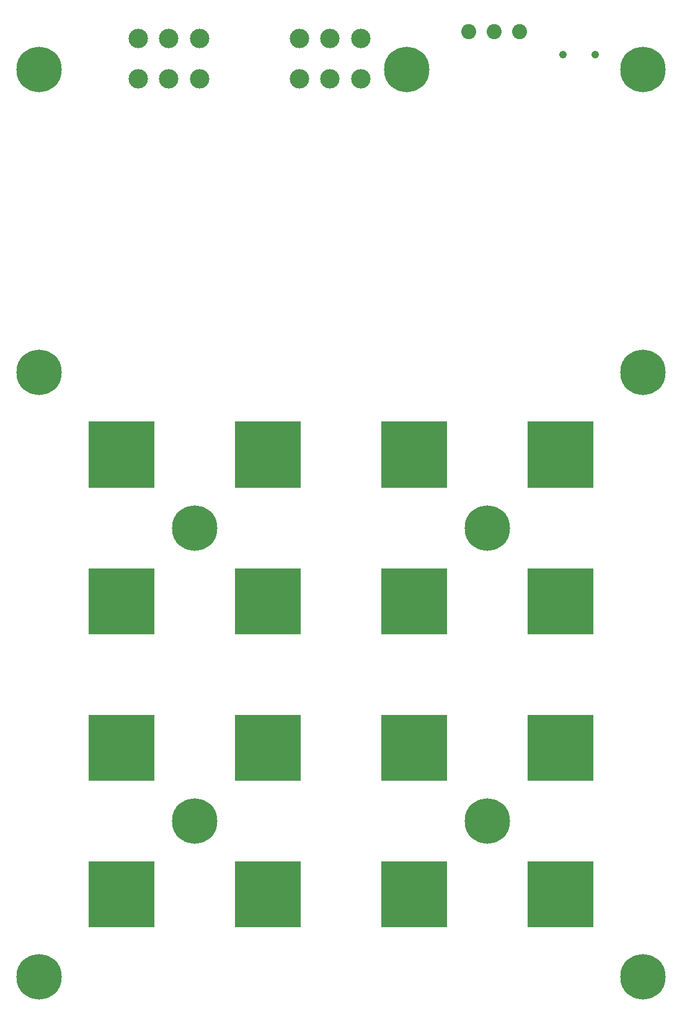
<source format=gbs>
%FSLAX44Y44*%
%MOMM*%
G71*
G01*
G75*
G04 Layer_Color=16711935*
%ADD10C,0.6000*%
G04:AMPARAMS|DCode=11|XSize=1.4mm|YSize=1.2mm|CornerRadius=0.198mm|HoleSize=0mm|Usage=FLASHONLY|Rotation=90.000|XOffset=0mm|YOffset=0mm|HoleType=Round|Shape=RoundedRectangle|*
%AMROUNDEDRECTD11*
21,1,1.4000,0.8040,0,0,90.0*
21,1,1.0040,1.2000,0,0,90.0*
1,1,0.3960,0.4020,0.5020*
1,1,0.3960,0.4020,-0.5020*
1,1,0.3960,-0.4020,-0.5020*
1,1,0.3960,-0.4020,0.5020*
%
%ADD11ROUNDEDRECTD11*%
G04:AMPARAMS|DCode=12|XSize=1mm|YSize=0.9mm|CornerRadius=0.198mm|HoleSize=0mm|Usage=FLASHONLY|Rotation=180.000|XOffset=0mm|YOffset=0mm|HoleType=Round|Shape=RoundedRectangle|*
%AMROUNDEDRECTD12*
21,1,1.0000,0.5040,0,0,180.0*
21,1,0.6040,0.9000,0,0,180.0*
1,1,0.3960,-0.3020,0.2520*
1,1,0.3960,0.3020,0.2520*
1,1,0.3960,0.3020,-0.2520*
1,1,0.3960,-0.3020,-0.2520*
%
%ADD12ROUNDEDRECTD12*%
G04:AMPARAMS|DCode=13|XSize=1.05mm|YSize=0.65mm|CornerRadius=0.2015mm|HoleSize=0mm|Usage=FLASHONLY|Rotation=0.000|XOffset=0mm|YOffset=0mm|HoleType=Round|Shape=RoundedRectangle|*
%AMROUNDEDRECTD13*
21,1,1.0500,0.2470,0,0,0.0*
21,1,0.6470,0.6500,0,0,0.0*
1,1,0.4030,0.3235,-0.1235*
1,1,0.4030,-0.3235,-0.1235*
1,1,0.4030,-0.3235,0.1235*
1,1,0.4030,0.3235,0.1235*
%
%ADD13ROUNDEDRECTD13*%
G04:AMPARAMS|DCode=14|XSize=1mm|YSize=0.9mm|CornerRadius=0.198mm|HoleSize=0mm|Usage=FLASHONLY|Rotation=90.000|XOffset=0mm|YOffset=0mm|HoleType=Round|Shape=RoundedRectangle|*
%AMROUNDEDRECTD14*
21,1,1.0000,0.5040,0,0,90.0*
21,1,0.6040,0.9000,0,0,90.0*
1,1,0.3960,0.2520,0.3020*
1,1,0.3960,0.2520,-0.3020*
1,1,0.3960,-0.2520,-0.3020*
1,1,0.3960,-0.2520,0.3020*
%
%ADD14ROUNDEDRECTD14*%
G04:AMPARAMS|DCode=15|XSize=1mm|YSize=0.95mm|CornerRadius=0.1995mm|HoleSize=0mm|Usage=FLASHONLY|Rotation=270.000|XOffset=0mm|YOffset=0mm|HoleType=Round|Shape=RoundedRectangle|*
%AMROUNDEDRECTD15*
21,1,1.0000,0.5510,0,0,270.0*
21,1,0.6010,0.9500,0,0,270.0*
1,1,0.3990,-0.2755,-0.3005*
1,1,0.3990,-0.2755,0.3005*
1,1,0.3990,0.2755,0.3005*
1,1,0.3990,0.2755,-0.3005*
%
%ADD15ROUNDEDRECTD15*%
%ADD16C,1.0000*%
%ADD17O,1.5000X0.3000*%
%ADD18O,0.3000X1.5000*%
G04:AMPARAMS|DCode=19|XSize=2.5mm|YSize=2mm|CornerRadius=0.2mm|HoleSize=0mm|Usage=FLASHONLY|Rotation=270.000|XOffset=0mm|YOffset=0mm|HoleType=Round|Shape=RoundedRectangle|*
%AMROUNDEDRECTD19*
21,1,2.5000,1.6000,0,0,270.0*
21,1,2.1000,2.0000,0,0,270.0*
1,1,0.4000,-0.8000,-1.0500*
1,1,0.4000,-0.8000,1.0500*
1,1,0.4000,0.8000,1.0500*
1,1,0.4000,0.8000,-1.0500*
%
%ADD19ROUNDEDRECTD19*%
G04:AMPARAMS|DCode=20|XSize=2.3mm|YSize=0.5mm|CornerRadius=0.2mm|HoleSize=0mm|Usage=FLASHONLY|Rotation=270.000|XOffset=0mm|YOffset=0mm|HoleType=Round|Shape=RoundedRectangle|*
%AMROUNDEDRECTD20*
21,1,2.3000,0.1000,0,0,270.0*
21,1,1.9000,0.5000,0,0,270.0*
1,1,0.4000,-0.0500,-0.9500*
1,1,0.4000,-0.0500,0.9500*
1,1,0.4000,0.0500,0.9500*
1,1,0.4000,0.0500,-0.9500*
%
%ADD20ROUNDEDRECTD20*%
G04:AMPARAMS|DCode=21|XSize=2.5mm|YSize=1.7mm|CornerRadius=0.204mm|HoleSize=0mm|Usage=FLASHONLY|Rotation=0.000|XOffset=0mm|YOffset=0mm|HoleType=Round|Shape=RoundedRectangle|*
%AMROUNDEDRECTD21*
21,1,2.5000,1.2920,0,0,0.0*
21,1,2.0920,1.7000,0,0,0.0*
1,1,0.4080,1.0460,-0.6460*
1,1,0.4080,-1.0460,-0.6460*
1,1,0.4080,-1.0460,0.6460*
1,1,0.4080,1.0460,0.6460*
%
%ADD21ROUNDEDRECTD21*%
G04:AMPARAMS|DCode=22|XSize=1.1mm|YSize=0.8mm|CornerRadius=0.268mm|HoleSize=0mm|Usage=FLASHONLY|Rotation=0.000|XOffset=0mm|YOffset=0mm|HoleType=Round|Shape=RoundedRectangle|*
%AMROUNDEDRECTD22*
21,1,1.1000,0.2640,0,0,0.0*
21,1,0.5640,0.8000,0,0,0.0*
1,1,0.5360,0.2820,-0.1320*
1,1,0.5360,-0.2820,-0.1320*
1,1,0.5360,-0.2820,0.1320*
1,1,0.5360,0.2820,0.1320*
%
%ADD22ROUNDEDRECTD22*%
G04:AMPARAMS|DCode=23|XSize=1.1mm|YSize=0.6mm|CornerRadius=0.201mm|HoleSize=0mm|Usage=FLASHONLY|Rotation=0.000|XOffset=0mm|YOffset=0mm|HoleType=Round|Shape=RoundedRectangle|*
%AMROUNDEDRECTD23*
21,1,1.1000,0.1980,0,0,0.0*
21,1,0.6980,0.6000,0,0,0.0*
1,1,0.4020,0.3490,-0.0990*
1,1,0.4020,-0.3490,-0.0990*
1,1,0.4020,-0.3490,0.0990*
1,1,0.4020,0.3490,0.0990*
%
%ADD23ROUNDEDRECTD23*%
G04:AMPARAMS|DCode=24|XSize=1.2mm|YSize=1.2mm|CornerRadius=0.198mm|HoleSize=0mm|Usage=FLASHONLY|Rotation=0.000|XOffset=0mm|YOffset=0mm|HoleType=Round|Shape=RoundedRectangle|*
%AMROUNDEDRECTD24*
21,1,1.2000,0.8040,0,0,0.0*
21,1,0.8040,1.2000,0,0,0.0*
1,1,0.3960,0.4020,-0.4020*
1,1,0.3960,-0.4020,-0.4020*
1,1,0.3960,-0.4020,0.4020*
1,1,0.3960,0.4020,0.4020*
%
%ADD24ROUNDEDRECTD24*%
G04:AMPARAMS|DCode=25|XSize=1.45mm|YSize=1.15mm|CornerRadius=0.2013mm|HoleSize=0mm|Usage=FLASHONLY|Rotation=180.000|XOffset=0mm|YOffset=0mm|HoleType=Round|Shape=RoundedRectangle|*
%AMROUNDEDRECTD25*
21,1,1.4500,0.7475,0,0,180.0*
21,1,1.0475,1.1500,0,0,180.0*
1,1,0.4025,-0.5238,0.3738*
1,1,0.4025,0.5238,0.3738*
1,1,0.4025,0.5238,-0.3738*
1,1,0.4025,-0.5238,-0.3738*
%
%ADD25ROUNDEDRECTD25*%
G04:AMPARAMS|DCode=26|XSize=1mm|YSize=0.95mm|CornerRadius=0.1995mm|HoleSize=0mm|Usage=FLASHONLY|Rotation=180.000|XOffset=0mm|YOffset=0mm|HoleType=Round|Shape=RoundedRectangle|*
%AMROUNDEDRECTD26*
21,1,1.0000,0.5510,0,0,180.0*
21,1,0.6010,0.9500,0,0,180.0*
1,1,0.3990,-0.3005,0.2755*
1,1,0.3990,0.3005,0.2755*
1,1,0.3990,0.3005,-0.2755*
1,1,0.3990,-0.3005,-0.2755*
%
%ADD26ROUNDEDRECTD26*%
G04:AMPARAMS|DCode=27|XSize=1.45mm|YSize=1.15mm|CornerRadius=0.2013mm|HoleSize=0mm|Usage=FLASHONLY|Rotation=270.000|XOffset=0mm|YOffset=0mm|HoleType=Round|Shape=RoundedRectangle|*
%AMROUNDEDRECTD27*
21,1,1.4500,0.7475,0,0,270.0*
21,1,1.0475,1.1500,0,0,270.0*
1,1,0.4025,-0.3738,-0.5238*
1,1,0.4025,-0.3738,0.5238*
1,1,0.4025,0.3738,0.5238*
1,1,0.4025,0.3738,-0.5238*
%
%ADD27ROUNDEDRECTD27*%
G04:AMPARAMS|DCode=28|XSize=0.62mm|YSize=0.62mm|CornerRadius=0.1488mm|HoleSize=0mm|Usage=FLASHONLY|Rotation=0.000|XOffset=0mm|YOffset=0mm|HoleType=Round|Shape=RoundedRectangle|*
%AMROUNDEDRECTD28*
21,1,0.6200,0.3224,0,0,0.0*
21,1,0.3224,0.6200,0,0,0.0*
1,1,0.2976,0.1612,-0.1612*
1,1,0.2976,-0.1612,-0.1612*
1,1,0.2976,-0.1612,0.1612*
1,1,0.2976,0.1612,0.1612*
%
%ADD28ROUNDEDRECTD28*%
G04:AMPARAMS|DCode=29|XSize=2.7mm|YSize=1.15mm|CornerRadius=0.2013mm|HoleSize=0mm|Usage=FLASHONLY|Rotation=0.000|XOffset=0mm|YOffset=0mm|HoleType=Round|Shape=RoundedRectangle|*
%AMROUNDEDRECTD29*
21,1,2.7000,0.7475,0,0,0.0*
21,1,2.2975,1.1500,0,0,0.0*
1,1,0.4025,1.1487,-0.3738*
1,1,0.4025,-1.1487,-0.3738*
1,1,0.4025,-1.1487,0.3738*
1,1,0.4025,1.1487,0.3738*
%
%ADD29ROUNDEDRECTD29*%
G04:AMPARAMS|DCode=30|XSize=2.7mm|YSize=1.15mm|CornerRadius=0.2013mm|HoleSize=0mm|Usage=FLASHONLY|Rotation=270.000|XOffset=0mm|YOffset=0mm|HoleType=Round|Shape=RoundedRectangle|*
%AMROUNDEDRECTD30*
21,1,2.7000,0.7475,0,0,270.0*
21,1,2.2975,1.1500,0,0,270.0*
1,1,0.4025,-0.3738,-1.1487*
1,1,0.4025,-0.3738,1.1487*
1,1,0.4025,0.3738,1.1487*
1,1,0.4025,0.3738,-1.1487*
%
%ADD30ROUNDEDRECTD30*%
G04:AMPARAMS|DCode=31|XSize=0.65mm|YSize=0.5mm|CornerRadius=0.2mm|HoleSize=0mm|Usage=FLASHONLY|Rotation=0.000|XOffset=0mm|YOffset=0mm|HoleType=Round|Shape=RoundedRectangle|*
%AMROUNDEDRECTD31*
21,1,0.6500,0.1000,0,0,0.0*
21,1,0.2500,0.5000,0,0,0.0*
1,1,0.4000,0.1250,-0.0500*
1,1,0.4000,-0.1250,-0.0500*
1,1,0.4000,-0.1250,0.0500*
1,1,0.4000,0.1250,0.0500*
%
%ADD31ROUNDEDRECTD31*%
G04:AMPARAMS|DCode=32|XSize=3.3mm|YSize=2.5mm|CornerRadius=0.2mm|HoleSize=0mm|Usage=FLASHONLY|Rotation=180.000|XOffset=0mm|YOffset=0mm|HoleType=Round|Shape=RoundedRectangle|*
%AMROUNDEDRECTD32*
21,1,3.3000,2.1000,0,0,180.0*
21,1,2.9000,2.5000,0,0,180.0*
1,1,0.4000,-1.4500,1.0500*
1,1,0.4000,1.4500,1.0500*
1,1,0.4000,1.4500,-1.0500*
1,1,0.4000,-1.4500,-1.0500*
%
%ADD32ROUNDEDRECTD32*%
G04:AMPARAMS|DCode=33|XSize=6.5mm|YSize=5mm|CornerRadius=0.25mm|HoleSize=0mm|Usage=FLASHONLY|Rotation=0.000|XOffset=0mm|YOffset=0mm|HoleType=Round|Shape=RoundedRectangle|*
%AMROUNDEDRECTD33*
21,1,6.5000,4.5000,0,0,0.0*
21,1,6.0000,5.0000,0,0,0.0*
1,1,0.5000,3.0000,-2.2500*
1,1,0.5000,-3.0000,-2.2500*
1,1,0.5000,-3.0000,2.2500*
1,1,0.5000,3.0000,2.2500*
%
%ADD33ROUNDEDRECTD33*%
%ADD34O,0.5000X1.3500*%
%ADD35O,1.3500X0.5000*%
G04:AMPARAMS|DCode=36|XSize=1.75mm|YSize=1.05mm|CornerRadius=0.1995mm|HoleSize=0mm|Usage=FLASHONLY|Rotation=90.000|XOffset=0mm|YOffset=0mm|HoleType=Round|Shape=RoundedRectangle|*
%AMROUNDEDRECTD36*
21,1,1.7500,0.6510,0,0,90.0*
21,1,1.3510,1.0500,0,0,90.0*
1,1,0.3990,0.3255,0.6755*
1,1,0.3990,0.3255,-0.6755*
1,1,0.3990,-0.3255,-0.6755*
1,1,0.3990,-0.3255,0.6755*
%
%ADD36ROUNDEDRECTD36*%
G04:AMPARAMS|DCode=37|XSize=1.75mm|YSize=1.05mm|CornerRadius=0.1995mm|HoleSize=0mm|Usage=FLASHONLY|Rotation=180.000|XOffset=0mm|YOffset=0mm|HoleType=Round|Shape=RoundedRectangle|*
%AMROUNDEDRECTD37*
21,1,1.7500,0.6510,0,0,180.0*
21,1,1.3510,1.0500,0,0,180.0*
1,1,0.3990,-0.6755,0.3255*
1,1,0.3990,0.6755,0.3255*
1,1,0.3990,0.6755,-0.3255*
1,1,0.3990,-0.6755,-0.3255*
%
%ADD37ROUNDEDRECTD37*%
G04:AMPARAMS|DCode=38|XSize=0.7mm|YSize=0.25mm|CornerRadius=0.0838mm|HoleSize=0mm|Usage=FLASHONLY|Rotation=0.000|XOffset=0mm|YOffset=0mm|HoleType=Round|Shape=RoundedRectangle|*
%AMROUNDEDRECTD38*
21,1,0.7000,0.0825,0,0,0.0*
21,1,0.5325,0.2500,0,0,0.0*
1,1,0.1675,0.2662,-0.0413*
1,1,0.1675,-0.2662,-0.0413*
1,1,0.1675,-0.2662,0.0413*
1,1,0.1675,0.2662,0.0413*
%
%ADD38ROUNDEDRECTD38*%
G04:AMPARAMS|DCode=39|XSize=1.35mm|YSize=1.65mm|CornerRadius=0.27mm|HoleSize=0mm|Usage=FLASHONLY|Rotation=90.000|XOffset=0mm|YOffset=0mm|HoleType=Round|Shape=RoundedRectangle|*
%AMROUNDEDRECTD39*
21,1,1.3500,1.1100,0,0,90.0*
21,1,0.8100,1.6500,0,0,90.0*
1,1,0.5400,0.5550,0.4050*
1,1,0.5400,0.5550,-0.4050*
1,1,0.5400,-0.5550,-0.4050*
1,1,0.5400,-0.5550,0.4050*
%
%ADD39ROUNDEDRECTD39*%
%ADD40O,1.5500X0.6000*%
G04:AMPARAMS|DCode=41|XSize=3.95mm|YSize=1.2mm|CornerRadius=0.198mm|HoleSize=0mm|Usage=FLASHONLY|Rotation=90.000|XOffset=0mm|YOffset=0mm|HoleType=Round|Shape=RoundedRectangle|*
%AMROUNDEDRECTD41*
21,1,3.9500,0.8040,0,0,90.0*
21,1,3.5540,1.2000,0,0,90.0*
1,1,0.3960,0.4020,1.7770*
1,1,0.3960,0.4020,-1.7770*
1,1,0.3960,-0.4020,-1.7770*
1,1,0.3960,-0.4020,1.7770*
%
%ADD41ROUNDEDRECTD41*%
G04:AMPARAMS|DCode=42|XSize=11.3mm|YSize=10.75mm|CornerRadius=0.215mm|HoleSize=0mm|Usage=FLASHONLY|Rotation=90.000|XOffset=0mm|YOffset=0mm|HoleType=Round|Shape=RoundedRectangle|*
%AMROUNDEDRECTD42*
21,1,11.3000,10.3200,0,0,90.0*
21,1,10.8700,10.7500,0,0,90.0*
1,1,0.4300,5.1600,5.4350*
1,1,0.4300,5.1600,-5.4350*
1,1,0.4300,-5.1600,-5.4350*
1,1,0.4300,-5.1600,5.4350*
%
%ADD42ROUNDEDRECTD42*%
G04:AMPARAMS|DCode=43|XSize=2.85mm|YSize=1mm|CornerRadius=0.2mm|HoleSize=0mm|Usage=FLASHONLY|Rotation=90.000|XOffset=0mm|YOffset=0mm|HoleType=Round|Shape=RoundedRectangle|*
%AMROUNDEDRECTD43*
21,1,2.8500,0.6000,0,0,90.0*
21,1,2.4500,1.0000,0,0,90.0*
1,1,0.4000,0.3000,1.2250*
1,1,0.4000,0.3000,-1.2250*
1,1,0.4000,-0.3000,-1.2250*
1,1,0.4000,-0.3000,1.2250*
%
%ADD43ROUNDEDRECTD43*%
G04:AMPARAMS|DCode=44|XSize=6.45mm|YSize=6mm|CornerRadius=0.21mm|HoleSize=0mm|Usage=FLASHONLY|Rotation=90.000|XOffset=0mm|YOffset=0mm|HoleType=Round|Shape=RoundedRectangle|*
%AMROUNDEDRECTD44*
21,1,6.4500,5.5800,0,0,90.0*
21,1,6.0300,6.0000,0,0,90.0*
1,1,0.4200,2.7900,3.0150*
1,1,0.4200,2.7900,-3.0150*
1,1,0.4200,-2.7900,-3.0150*
1,1,0.4200,-2.7900,3.0150*
%
%ADD44ROUNDEDRECTD44*%
%ADD45O,0.6000X1.5500*%
G04:AMPARAMS|DCode=46|XSize=4.9mm|YSize=1.6mm|CornerRadius=0.2mm|HoleSize=0mm|Usage=FLASHONLY|Rotation=270.000|XOffset=0mm|YOffset=0mm|HoleType=Round|Shape=RoundedRectangle|*
%AMROUNDEDRECTD46*
21,1,4.9000,1.2000,0,0,270.0*
21,1,4.5000,1.6000,0,0,270.0*
1,1,0.4000,-0.6000,-2.2500*
1,1,0.4000,-0.6000,2.2500*
1,1,0.4000,0.6000,2.2500*
1,1,0.4000,0.6000,-2.2500*
%
%ADD46ROUNDEDRECTD46*%
%ADD47R,1.3000X1.3000*%
%ADD48C,1.3000*%
%ADD49O,0.3000X1.0000*%
%ADD50O,1.0000X0.3000*%
%ADD51R,0.3500X0.3500*%
%ADD52C,0.2000*%
%ADD53C,0.5000*%
%ADD54C,0.2500*%
%ADD55C,0.8000*%
%ADD56C,2.0000*%
%ADD57C,1.0000*%
%ADD58C,0.3500*%
%ADD59C,0.6000*%
%ADD60C,0.2540*%
%ADD61C,6.0000*%
%ADD62C,1.9000*%
%ADD63C,0.5000*%
%ADD64C,2.5000*%
%ADD65C,4.5000*%
%ADD66C,0.3000*%
%ADD67C,0.1500*%
%ADD68C,0.1000*%
%ADD69C,0.1524*%
%ADD70C,0.0000*%
%ADD71C,0.8000*%
G04:AMPARAMS|DCode=72|XSize=1.55mm|YSize=1.35mm|CornerRadius=0.273mm|HoleSize=0mm|Usage=FLASHONLY|Rotation=90.000|XOffset=0mm|YOffset=0mm|HoleType=Round|Shape=RoundedRectangle|*
%AMROUNDEDRECTD72*
21,1,1.5500,0.8040,0,0,90.0*
21,1,1.0040,1.3500,0,0,90.0*
1,1,0.5460,0.4020,0.5020*
1,1,0.5460,0.4020,-0.5020*
1,1,0.5460,-0.4020,-0.5020*
1,1,0.5460,-0.4020,0.5020*
%
%ADD72ROUNDEDRECTD72*%
G04:AMPARAMS|DCode=73|XSize=1.15mm|YSize=1.05mm|CornerRadius=0.273mm|HoleSize=0mm|Usage=FLASHONLY|Rotation=180.000|XOffset=0mm|YOffset=0mm|HoleType=Round|Shape=RoundedRectangle|*
%AMROUNDEDRECTD73*
21,1,1.1500,0.5040,0,0,180.0*
21,1,0.6040,1.0500,0,0,180.0*
1,1,0.5460,-0.3020,0.2520*
1,1,0.5460,0.3020,0.2520*
1,1,0.5460,0.3020,-0.2520*
1,1,0.5460,-0.3020,-0.2520*
%
%ADD73ROUNDEDRECTD73*%
G04:AMPARAMS|DCode=74|XSize=1.2mm|YSize=0.8mm|CornerRadius=0.2765mm|HoleSize=0mm|Usage=FLASHONLY|Rotation=0.000|XOffset=0mm|YOffset=0mm|HoleType=Round|Shape=RoundedRectangle|*
%AMROUNDEDRECTD74*
21,1,1.2000,0.2470,0,0,0.0*
21,1,0.6470,0.8000,0,0,0.0*
1,1,0.5530,0.3235,-0.1235*
1,1,0.5530,-0.3235,-0.1235*
1,1,0.5530,-0.3235,0.1235*
1,1,0.5530,0.3235,0.1235*
%
%ADD74ROUNDEDRECTD74*%
G04:AMPARAMS|DCode=75|XSize=1.15mm|YSize=1.05mm|CornerRadius=0.273mm|HoleSize=0mm|Usage=FLASHONLY|Rotation=90.000|XOffset=0mm|YOffset=0mm|HoleType=Round|Shape=RoundedRectangle|*
%AMROUNDEDRECTD75*
21,1,1.1500,0.5040,0,0,90.0*
21,1,0.6040,1.0500,0,0,90.0*
1,1,0.5460,0.2520,0.3020*
1,1,0.5460,0.2520,-0.3020*
1,1,0.5460,-0.2520,-0.3020*
1,1,0.5460,-0.2520,0.3020*
%
%ADD75ROUNDEDRECTD75*%
G04:AMPARAMS|DCode=76|XSize=1.15mm|YSize=1.1mm|CornerRadius=0.2745mm|HoleSize=0mm|Usage=FLASHONLY|Rotation=270.000|XOffset=0mm|YOffset=0mm|HoleType=Round|Shape=RoundedRectangle|*
%AMROUNDEDRECTD76*
21,1,1.1500,0.5510,0,0,270.0*
21,1,0.6010,1.1000,0,0,270.0*
1,1,0.5490,-0.2755,-0.3005*
1,1,0.5490,-0.2755,0.3005*
1,1,0.5490,0.2755,0.3005*
1,1,0.5490,0.2755,-0.3005*
%
%ADD76ROUNDEDRECTD76*%
%ADD77C,2.0000*%
%ADD78O,1.6000X0.4000*%
%ADD79O,0.4000X1.6000*%
G04:AMPARAMS|DCode=80|XSize=2.65mm|YSize=2.15mm|CornerRadius=0.275mm|HoleSize=0mm|Usage=FLASHONLY|Rotation=270.000|XOffset=0mm|YOffset=0mm|HoleType=Round|Shape=RoundedRectangle|*
%AMROUNDEDRECTD80*
21,1,2.6500,1.6000,0,0,270.0*
21,1,2.1000,2.1500,0,0,270.0*
1,1,0.5500,-0.8000,-1.0500*
1,1,0.5500,-0.8000,1.0500*
1,1,0.5500,0.8000,1.0500*
1,1,0.5500,0.8000,-1.0500*
%
%ADD80ROUNDEDRECTD80*%
G04:AMPARAMS|DCode=81|XSize=2.45mm|YSize=0.65mm|CornerRadius=0.275mm|HoleSize=0mm|Usage=FLASHONLY|Rotation=270.000|XOffset=0mm|YOffset=0mm|HoleType=Round|Shape=RoundedRectangle|*
%AMROUNDEDRECTD81*
21,1,2.4500,0.1000,0,0,270.0*
21,1,1.9000,0.6500,0,0,270.0*
1,1,0.5500,-0.0500,-0.9500*
1,1,0.5500,-0.0500,0.9500*
1,1,0.5500,0.0500,0.9500*
1,1,0.5500,0.0500,-0.9500*
%
%ADD81ROUNDEDRECTD81*%
G04:AMPARAMS|DCode=82|XSize=2.65mm|YSize=1.85mm|CornerRadius=0.279mm|HoleSize=0mm|Usage=FLASHONLY|Rotation=0.000|XOffset=0mm|YOffset=0mm|HoleType=Round|Shape=RoundedRectangle|*
%AMROUNDEDRECTD82*
21,1,2.6500,1.2920,0,0,0.0*
21,1,2.0920,1.8500,0,0,0.0*
1,1,0.5580,1.0460,-0.6460*
1,1,0.5580,-1.0460,-0.6460*
1,1,0.5580,-1.0460,0.6460*
1,1,0.5580,1.0460,0.6460*
%
%ADD82ROUNDEDRECTD82*%
G04:AMPARAMS|DCode=83|XSize=1.25mm|YSize=0.95mm|CornerRadius=0.343mm|HoleSize=0mm|Usage=FLASHONLY|Rotation=0.000|XOffset=0mm|YOffset=0mm|HoleType=Round|Shape=RoundedRectangle|*
%AMROUNDEDRECTD83*
21,1,1.2500,0.2640,0,0,0.0*
21,1,0.5640,0.9500,0,0,0.0*
1,1,0.6860,0.2820,-0.1320*
1,1,0.6860,-0.2820,-0.1320*
1,1,0.6860,-0.2820,0.1320*
1,1,0.6860,0.2820,0.1320*
%
%ADD83ROUNDEDRECTD83*%
G04:AMPARAMS|DCode=84|XSize=1.25mm|YSize=0.75mm|CornerRadius=0.276mm|HoleSize=0mm|Usage=FLASHONLY|Rotation=0.000|XOffset=0mm|YOffset=0mm|HoleType=Round|Shape=RoundedRectangle|*
%AMROUNDEDRECTD84*
21,1,1.2500,0.1980,0,0,0.0*
21,1,0.6980,0.7500,0,0,0.0*
1,1,0.5520,0.3490,-0.0990*
1,1,0.5520,-0.3490,-0.0990*
1,1,0.5520,-0.3490,0.0990*
1,1,0.5520,0.3490,0.0990*
%
%ADD84ROUNDEDRECTD84*%
G04:AMPARAMS|DCode=85|XSize=1.35mm|YSize=1.35mm|CornerRadius=0.273mm|HoleSize=0mm|Usage=FLASHONLY|Rotation=0.000|XOffset=0mm|YOffset=0mm|HoleType=Round|Shape=RoundedRectangle|*
%AMROUNDEDRECTD85*
21,1,1.3500,0.8040,0,0,0.0*
21,1,0.8040,1.3500,0,0,0.0*
1,1,0.5460,0.4020,-0.4020*
1,1,0.5460,-0.4020,-0.4020*
1,1,0.5460,-0.4020,0.4020*
1,1,0.5460,0.4020,0.4020*
%
%ADD85ROUNDEDRECTD85*%
G04:AMPARAMS|DCode=86|XSize=1.6mm|YSize=1.3mm|CornerRadius=0.2763mm|HoleSize=0mm|Usage=FLASHONLY|Rotation=180.000|XOffset=0mm|YOffset=0mm|HoleType=Round|Shape=RoundedRectangle|*
%AMROUNDEDRECTD86*
21,1,1.6000,0.7475,0,0,180.0*
21,1,1.0475,1.3000,0,0,180.0*
1,1,0.5525,-0.5238,0.3738*
1,1,0.5525,0.5238,0.3738*
1,1,0.5525,0.5238,-0.3738*
1,1,0.5525,-0.5238,-0.3738*
%
%ADD86ROUNDEDRECTD86*%
G04:AMPARAMS|DCode=87|XSize=1.15mm|YSize=1.1mm|CornerRadius=0.2745mm|HoleSize=0mm|Usage=FLASHONLY|Rotation=180.000|XOffset=0mm|YOffset=0mm|HoleType=Round|Shape=RoundedRectangle|*
%AMROUNDEDRECTD87*
21,1,1.1500,0.5510,0,0,180.0*
21,1,0.6010,1.1000,0,0,180.0*
1,1,0.5490,-0.3005,0.2755*
1,1,0.5490,0.3005,0.2755*
1,1,0.5490,0.3005,-0.2755*
1,1,0.5490,-0.3005,-0.2755*
%
%ADD87ROUNDEDRECTD87*%
G04:AMPARAMS|DCode=88|XSize=1.6mm|YSize=1.3mm|CornerRadius=0.2763mm|HoleSize=0mm|Usage=FLASHONLY|Rotation=270.000|XOffset=0mm|YOffset=0mm|HoleType=Round|Shape=RoundedRectangle|*
%AMROUNDEDRECTD88*
21,1,1.6000,0.7475,0,0,270.0*
21,1,1.0475,1.3000,0,0,270.0*
1,1,0.5525,-0.3738,-0.5238*
1,1,0.5525,-0.3738,0.5238*
1,1,0.5525,0.3738,0.5238*
1,1,0.5525,0.3738,-0.5238*
%
%ADD88ROUNDEDRECTD88*%
G04:AMPARAMS|DCode=89|XSize=0.77mm|YSize=0.77mm|CornerRadius=0.2238mm|HoleSize=0mm|Usage=FLASHONLY|Rotation=0.000|XOffset=0mm|YOffset=0mm|HoleType=Round|Shape=RoundedRectangle|*
%AMROUNDEDRECTD89*
21,1,0.7700,0.3224,0,0,0.0*
21,1,0.3224,0.7700,0,0,0.0*
1,1,0.4476,0.1612,-0.1612*
1,1,0.4476,-0.1612,-0.1612*
1,1,0.4476,-0.1612,0.1612*
1,1,0.4476,0.1612,0.1612*
%
%ADD89ROUNDEDRECTD89*%
G04:AMPARAMS|DCode=90|XSize=2.85mm|YSize=1.3mm|CornerRadius=0.2763mm|HoleSize=0mm|Usage=FLASHONLY|Rotation=0.000|XOffset=0mm|YOffset=0mm|HoleType=Round|Shape=RoundedRectangle|*
%AMROUNDEDRECTD90*
21,1,2.8500,0.7475,0,0,0.0*
21,1,2.2975,1.3000,0,0,0.0*
1,1,0.5525,1.1487,-0.3738*
1,1,0.5525,-1.1487,-0.3738*
1,1,0.5525,-1.1487,0.3738*
1,1,0.5525,1.1487,0.3738*
%
%ADD90ROUNDEDRECTD90*%
G04:AMPARAMS|DCode=91|XSize=2.85mm|YSize=1.3mm|CornerRadius=0.2763mm|HoleSize=0mm|Usage=FLASHONLY|Rotation=270.000|XOffset=0mm|YOffset=0mm|HoleType=Round|Shape=RoundedRectangle|*
%AMROUNDEDRECTD91*
21,1,2.8500,0.7475,0,0,270.0*
21,1,2.2975,1.3000,0,0,270.0*
1,1,0.5525,-0.3738,-1.1487*
1,1,0.5525,-0.3738,1.1487*
1,1,0.5525,0.3738,1.1487*
1,1,0.5525,0.3738,-1.1487*
%
%ADD91ROUNDEDRECTD91*%
G04:AMPARAMS|DCode=92|XSize=0.8mm|YSize=0.65mm|CornerRadius=0.275mm|HoleSize=0mm|Usage=FLASHONLY|Rotation=0.000|XOffset=0mm|YOffset=0mm|HoleType=Round|Shape=RoundedRectangle|*
%AMROUNDEDRECTD92*
21,1,0.8000,0.1000,0,0,0.0*
21,1,0.2500,0.6500,0,0,0.0*
1,1,0.5500,0.1250,-0.0500*
1,1,0.5500,-0.1250,-0.0500*
1,1,0.5500,-0.1250,0.0500*
1,1,0.5500,0.1250,0.0500*
%
%ADD92ROUNDEDRECTD92*%
G04:AMPARAMS|DCode=93|XSize=3.45mm|YSize=2.65mm|CornerRadius=0.275mm|HoleSize=0mm|Usage=FLASHONLY|Rotation=180.000|XOffset=0mm|YOffset=0mm|HoleType=Round|Shape=RoundedRectangle|*
%AMROUNDEDRECTD93*
21,1,3.4500,2.1000,0,0,180.0*
21,1,2.9000,2.6500,0,0,180.0*
1,1,0.5500,-1.4500,1.0500*
1,1,0.5500,1.4500,1.0500*
1,1,0.5500,1.4500,-1.0500*
1,1,0.5500,-1.4500,-1.0500*
%
%ADD93ROUNDEDRECTD93*%
G04:AMPARAMS|DCode=94|XSize=6.65mm|YSize=5.15mm|CornerRadius=0.325mm|HoleSize=0mm|Usage=FLASHONLY|Rotation=0.000|XOffset=0mm|YOffset=0mm|HoleType=Round|Shape=RoundedRectangle|*
%AMROUNDEDRECTD94*
21,1,6.6500,4.5000,0,0,0.0*
21,1,6.0000,5.1500,0,0,0.0*
1,1,0.6500,3.0000,-2.2500*
1,1,0.6500,-3.0000,-2.2500*
1,1,0.6500,-3.0000,2.2500*
1,1,0.6500,3.0000,2.2500*
%
%ADD94ROUNDEDRECTD94*%
%ADD95O,0.6500X1.5000*%
%ADD96O,1.5000X0.6500*%
G04:AMPARAMS|DCode=97|XSize=1.9mm|YSize=1.2mm|CornerRadius=0.2745mm|HoleSize=0mm|Usage=FLASHONLY|Rotation=90.000|XOffset=0mm|YOffset=0mm|HoleType=Round|Shape=RoundedRectangle|*
%AMROUNDEDRECTD97*
21,1,1.9000,0.6510,0,0,90.0*
21,1,1.3510,1.2000,0,0,90.0*
1,1,0.5490,0.3255,0.6755*
1,1,0.5490,0.3255,-0.6755*
1,1,0.5490,-0.3255,-0.6755*
1,1,0.5490,-0.3255,0.6755*
%
%ADD97ROUNDEDRECTD97*%
G04:AMPARAMS|DCode=98|XSize=1.9mm|YSize=1.2mm|CornerRadius=0.2745mm|HoleSize=0mm|Usage=FLASHONLY|Rotation=180.000|XOffset=0mm|YOffset=0mm|HoleType=Round|Shape=RoundedRectangle|*
%AMROUNDEDRECTD98*
21,1,1.9000,0.6510,0,0,180.0*
21,1,1.3510,1.2000,0,0,180.0*
1,1,0.5490,-0.6755,0.3255*
1,1,0.5490,0.6755,0.3255*
1,1,0.5490,0.6755,-0.3255*
1,1,0.5490,-0.6755,-0.3255*
%
%ADD98ROUNDEDRECTD98*%
G04:AMPARAMS|DCode=99|XSize=0.8mm|YSize=0.35mm|CornerRadius=0.1338mm|HoleSize=0mm|Usage=FLASHONLY|Rotation=0.000|XOffset=0mm|YOffset=0mm|HoleType=Round|Shape=RoundedRectangle|*
%AMROUNDEDRECTD99*
21,1,0.8000,0.0825,0,0,0.0*
21,1,0.5325,0.3500,0,0,0.0*
1,1,0.2675,0.2662,-0.0413*
1,1,0.2675,-0.2662,-0.0413*
1,1,0.2675,-0.2662,0.0413*
1,1,0.2675,0.2662,0.0413*
%
%ADD99ROUNDEDRECTD99*%
G04:AMPARAMS|DCode=100|XSize=1.5mm|YSize=1.8mm|CornerRadius=0.345mm|HoleSize=0mm|Usage=FLASHONLY|Rotation=90.000|XOffset=0mm|YOffset=0mm|HoleType=Round|Shape=RoundedRectangle|*
%AMROUNDEDRECTD100*
21,1,1.5000,1.1100,0,0,90.0*
21,1,0.8100,1.8000,0,0,90.0*
1,1,0.6900,0.5550,0.4050*
1,1,0.6900,0.5550,-0.4050*
1,1,0.6900,-0.5550,-0.4050*
1,1,0.6900,-0.5550,0.4050*
%
%ADD100ROUNDEDRECTD100*%
%ADD101O,1.7000X0.7500*%
G04:AMPARAMS|DCode=102|XSize=4.1mm|YSize=1.35mm|CornerRadius=0.273mm|HoleSize=0mm|Usage=FLASHONLY|Rotation=90.000|XOffset=0mm|YOffset=0mm|HoleType=Round|Shape=RoundedRectangle|*
%AMROUNDEDRECTD102*
21,1,4.1000,0.8040,0,0,90.0*
21,1,3.5540,1.3500,0,0,90.0*
1,1,0.5460,0.4020,1.7770*
1,1,0.5460,0.4020,-1.7770*
1,1,0.5460,-0.4020,-1.7770*
1,1,0.5460,-0.4020,1.7770*
%
%ADD102ROUNDEDRECTD102*%
G04:AMPARAMS|DCode=103|XSize=11.45mm|YSize=10.9mm|CornerRadius=0.29mm|HoleSize=0mm|Usage=FLASHONLY|Rotation=90.000|XOffset=0mm|YOffset=0mm|HoleType=Round|Shape=RoundedRectangle|*
%AMROUNDEDRECTD103*
21,1,11.4500,10.3200,0,0,90.0*
21,1,10.8700,10.9000,0,0,90.0*
1,1,0.5800,5.1600,5.4350*
1,1,0.5800,5.1600,-5.4350*
1,1,0.5800,-5.1600,-5.4350*
1,1,0.5800,-5.1600,5.4350*
%
%ADD103ROUNDEDRECTD103*%
G04:AMPARAMS|DCode=104|XSize=3mm|YSize=1.15mm|CornerRadius=0.275mm|HoleSize=0mm|Usage=FLASHONLY|Rotation=90.000|XOffset=0mm|YOffset=0mm|HoleType=Round|Shape=RoundedRectangle|*
%AMROUNDEDRECTD104*
21,1,3.0000,0.6000,0,0,90.0*
21,1,2.4500,1.1500,0,0,90.0*
1,1,0.5500,0.3000,1.2250*
1,1,0.5500,0.3000,-1.2250*
1,1,0.5500,-0.3000,-1.2250*
1,1,0.5500,-0.3000,1.2250*
%
%ADD104ROUNDEDRECTD104*%
G04:AMPARAMS|DCode=105|XSize=6.6mm|YSize=6.15mm|CornerRadius=0.285mm|HoleSize=0mm|Usage=FLASHONLY|Rotation=90.000|XOffset=0mm|YOffset=0mm|HoleType=Round|Shape=RoundedRectangle|*
%AMROUNDEDRECTD105*
21,1,6.6000,5.5800,0,0,90.0*
21,1,6.0300,6.1500,0,0,90.0*
1,1,0.5700,2.7900,3.0150*
1,1,0.5700,2.7900,-3.0150*
1,1,0.5700,-2.7900,-3.0150*
1,1,0.5700,-2.7900,3.0150*
%
%ADD105ROUNDEDRECTD105*%
%ADD106O,0.7500X1.7000*%
G04:AMPARAMS|DCode=107|XSize=5.05mm|YSize=1.75mm|CornerRadius=0.275mm|HoleSize=0mm|Usage=FLASHONLY|Rotation=270.000|XOffset=0mm|YOffset=0mm|HoleType=Round|Shape=RoundedRectangle|*
%AMROUNDEDRECTD107*
21,1,5.0500,1.2000,0,0,270.0*
21,1,4.5000,1.7500,0,0,270.0*
1,1,0.5500,-0.6000,-2.2500*
1,1,0.5500,-0.6000,2.2500*
1,1,0.5500,0.6000,2.2500*
1,1,0.5500,0.6000,-2.2500*
%
%ADD107ROUNDEDRECTD107*%
%ADD108R,1.5000X1.5000*%
%ADD109C,1.5000*%
%ADD110O,0.4000X1.1000*%
%ADD111O,1.1000X0.4000*%
%ADD112R,0.5500X0.5500*%
%ADD113C,6.2000*%
%ADD114C,2.0500*%
%ADD115C,1.0500*%
%ADD116C,2.6500*%
G36*
X-505000Y305000D02*
X-595000D01*
Y395000D01*
X-505000D01*
Y305000D01*
D02*
G37*
G36*
X-705000D02*
X-795000D01*
Y395000D01*
X-705000D01*
Y305000D01*
D02*
G37*
G36*
X-105000D02*
X-195000D01*
Y395000D01*
X-105000D01*
Y305000D01*
D02*
G37*
G36*
X-305000D02*
X-395000D01*
Y395000D01*
X-305000D01*
Y305000D01*
D02*
G37*
G36*
X-505000Y105000D02*
X-595000D01*
Y195000D01*
X-505000D01*
Y105000D01*
D02*
G37*
G36*
X-705000D02*
X-795000D01*
Y195000D01*
X-705000D01*
Y105000D01*
D02*
G37*
G36*
X-105000D02*
X-195000D01*
Y195000D01*
X-105000D01*
Y105000D01*
D02*
G37*
G36*
X-305000D02*
X-395000D01*
Y195000D01*
X-305000D01*
Y105000D01*
D02*
G37*
G36*
X-505000Y705000D02*
X-595000D01*
Y795000D01*
X-505000D01*
Y705000D01*
D02*
G37*
G36*
X-705000D02*
X-795000D01*
Y795000D01*
X-705000D01*
Y705000D01*
D02*
G37*
G36*
X-105000D02*
X-195000D01*
Y795000D01*
X-105000D01*
Y705000D01*
D02*
G37*
G36*
X-305000D02*
X-395000D01*
Y795000D01*
X-305000D01*
Y705000D01*
D02*
G37*
G36*
X-505000Y505000D02*
X-595000D01*
Y595000D01*
X-505000D01*
Y505000D01*
D02*
G37*
G36*
X-705000D02*
X-795000D01*
Y595000D01*
X-705000D01*
Y505000D01*
D02*
G37*
G36*
X-105000D02*
X-195000D01*
Y595000D01*
X-105000D01*
Y505000D01*
D02*
G37*
G36*
X-305000D02*
X-395000D01*
Y595000D01*
X-305000D01*
Y505000D01*
D02*
G37*
D113*
X-250000Y650000D02*
D03*
Y250000D02*
D03*
X-862500Y37500D02*
D03*
X-37500D02*
D03*
X-650000Y650000D02*
D03*
Y250000D02*
D03*
X-862500Y1275000D02*
D03*
X-360000Y1275000D02*
D03*
X-862500Y862500D02*
D03*
X-37500D02*
D03*
X-37500Y1275000D02*
D03*
D114*
X-276000Y1327000D02*
D03*
X-241000D02*
D03*
X-206000D02*
D03*
D115*
X-147000Y1296000D02*
D03*
X-103000D02*
D03*
D116*
X-727000Y1317500D02*
D03*
X-685000D02*
D03*
X-643000D02*
D03*
X-727000Y1262500D02*
D03*
X-685000D02*
D03*
X-643000D02*
D03*
X-507000Y1317500D02*
D03*
X-465000D02*
D03*
X-423000D02*
D03*
X-507000Y1262500D02*
D03*
X-465000D02*
D03*
X-423000D02*
D03*
M02*

</source>
